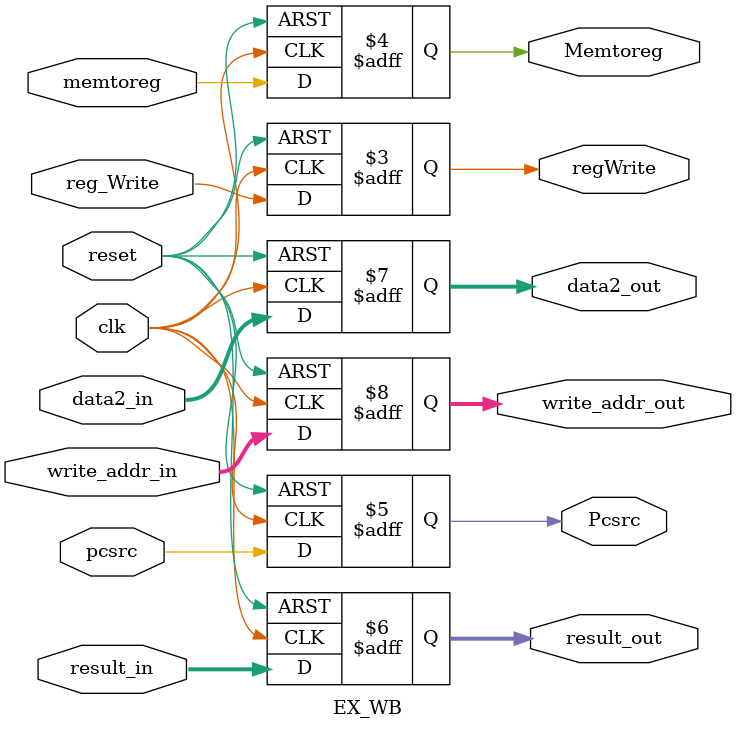
<source format=v>
`timescale 1ns / 1ps


module EX_WB(
      input clk, reset, 
      input reg_Write, memtoreg, pcsrc,
      input [7:0] result_in, data2_in,
      input [2:0] write_addr_in,
     
     output reg  regWrite, Memtoreg, Pcsrc, 
     output reg [7:0] result_out, data2_out,
     output reg [2:0] write_addr_out
     

    );
    
    always @(posedge clk, negedge reset)
      begin 
         if(reset == 0)
           begin 
               regWrite = 0;
               Memtoreg = 0;
               Pcsrc = 0;
               result_out = 8'b0;
               data2_out = 8'b0;
               write_addr_out = 3'b0;  
            end
         else 
           begin 
              regWrite = reg_Write;
              Memtoreg = memtoreg;
              Pcsrc = pcsrc;
              result_out = result_in;
              data2_out = data2_in;
              write_addr_out = write_addr_in;    
           end 
        end
        
             
endmodule

</source>
